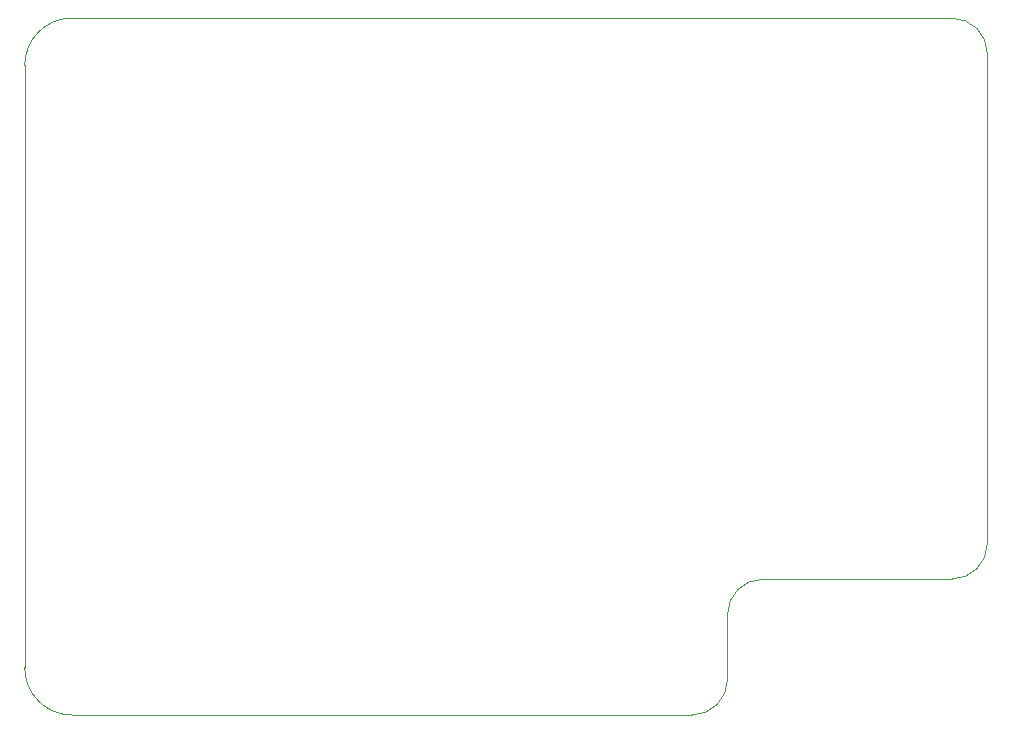
<source format=gm1>
G04 #@! TF.GenerationSoftware,KiCad,Pcbnew,(6.0.9)*
G04 #@! TF.CreationDate,2023-02-06T23:42:05+02:00*
G04 #@! TF.ProjectId,vodesht_vyzel,766f6465-7368-4745-9f76-797a656c2e6b,rev?*
G04 #@! TF.SameCoordinates,Original*
G04 #@! TF.FileFunction,Profile,NP*
%FSLAX46Y46*%
G04 Gerber Fmt 4.6, Leading zero omitted, Abs format (unit mm)*
G04 Created by KiCad (PCBNEW (6.0.9)) date 2023-02-06 23:42:05*
%MOMM*%
%LPD*%
G01*
G04 APERTURE LIST*
G04 #@! TA.AperFunction,Profile*
%ADD10C,0.100000*%
G04 #@! TD*
G04 APERTURE END LIST*
D10*
X115000000Y-72000000D02*
X115000000Y-123000000D01*
X174500000Y-124000000D02*
X174500000Y-118500000D01*
X171500000Y-127000000D02*
G75*
G03*
X174500000Y-124000000I0J3000000D01*
G01*
X119000000Y-127000000D02*
X171500000Y-127000000D01*
X193500000Y-115500000D02*
X177500000Y-115500000D01*
X115000000Y-123000000D02*
G75*
G03*
X119000000Y-127000000I4000000J0D01*
G01*
X119000000Y-68000000D02*
G75*
G03*
X115000000Y-72000000I0J-4000000D01*
G01*
X193500000Y-115500000D02*
G75*
G03*
X196500000Y-112500000I0J3000000D01*
G01*
X177500000Y-115500000D02*
G75*
G03*
X174500000Y-118500000I0J-3000000D01*
G01*
X196500000Y-71000000D02*
G75*
G03*
X193500000Y-68000000I-3000000J0D01*
G01*
X196500000Y-112500000D02*
X196500000Y-71000000D01*
X193500000Y-68000000D02*
X119000000Y-68000000D01*
M02*

</source>
